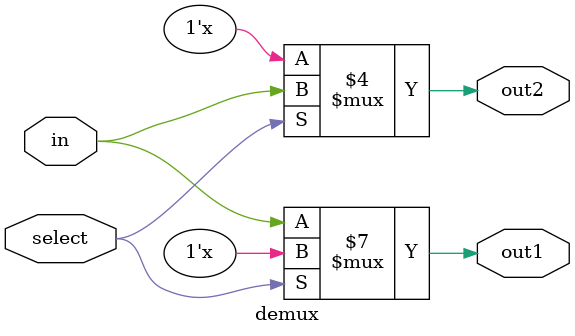
<source format=sv>
module demux(
  output out1 ,
  output out2 ,
  input select ,
  input in );
  reg out1 , out2;
  always @( in or select )
    begin
      if(select == 0)
        begin
          out1 = in;
          out2 = 1'bx ;
        end
      else
        begin
          out1 = 1'bx ;
          out2 = in;
        end
    end
endmodule
  

</source>
